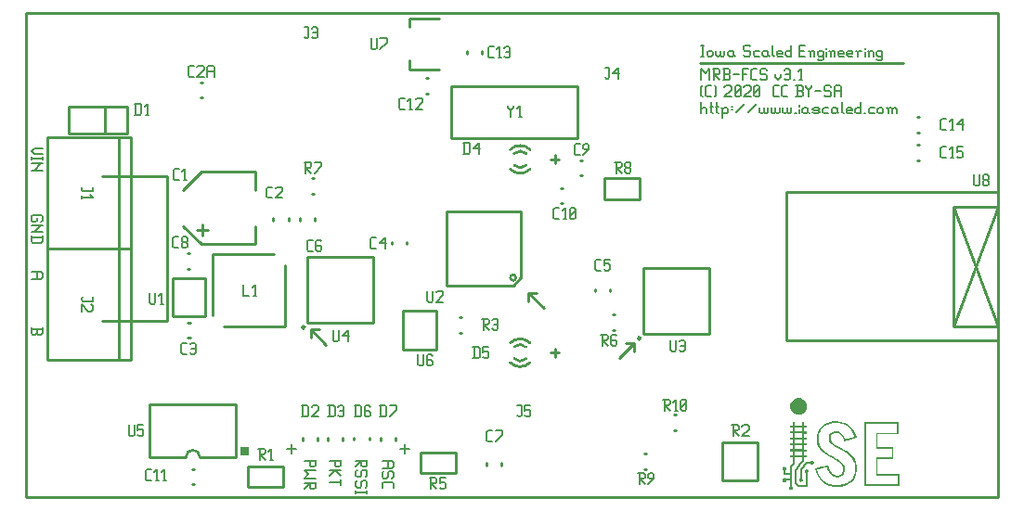
<source format=gbr>
G04 start of page 9 for group -4079 idx -4079 *
G04 Title: (unknown), topsilk *
G04 Creator: pcb 20140316 *
G04 CreationDate: Thu 02 Jul 2020 08:21:27 PM GMT UTC *
G04 For: railfan *
G04 Format: Gerber/RS-274X *
G04 PCB-Dimensions (mil): 3500.00 1750.00 *
G04 PCB-Coordinate-Origin: lower left *
%MOIN*%
%FSLAX25Y25*%
%LNTOPSILK*%
%ADD113C,0.0080*%
%ADD112C,0.0100*%
%ADD111C,0.0001*%
G54D111*G36*
X275043Y3209D02*X274647Y3480D01*
X274511Y3925D01*
X274565Y4240D01*
X274761Y4490D01*
X274891Y4604D01*
Y6486D01*
X274218D01*
X273741Y6481D01*
X273545Y6464D01*
X273453Y6340D01*
X273100Y6117D01*
X272672D01*
X272373Y6307D01*
X272189Y6600D01*
X272162Y6931D01*
X272270Y7224D01*
X272487Y7446D01*
X272802Y7566D01*
X273182Y7512D01*
X273491Y7273D01*
X273556Y7175D01*
X274224D01*
X274891Y7170D01*
Y8667D01*
X272558D01*
Y9400D01*
X272553Y10127D01*
X272455Y10197D01*
X272287Y10376D01*
X272178Y10593D01*
X272189Y11027D01*
X272373Y11315D01*
X272661Y11494D01*
X272997Y11526D01*
X273290Y11423D01*
X273513Y11201D01*
X273632Y10881D01*
X273578Y10506D01*
X273339Y10197D01*
X273242Y10127D01*
Y9351D01*
X274891D01*
Y11656D01*
X275357Y12248D01*
X275829Y12839D01*
Y14906D01*
X274918D01*
Y15693D01*
X279302D01*
Y17066D01*
X276486D01*
Y15693D01*
X275829D01*
Y17066D01*
X274918D01*
Y17825D01*
X275819D01*
Y19192D01*
X276502Y19219D01*
X276497Y18557D01*
X276491Y18086D01*
X276502Y17868D01*
X276567Y17858D01*
X276790Y17847D01*
X277224Y17841D01*
X277907Y17836D01*
X279302D01*
Y19219D01*
X276502D01*
X275819Y19192D01*
X274918D01*
Y19952D01*
X275829D01*
X276486Y19979D01*
X279302D01*
Y21352D01*
X276486D01*
Y19979D01*
X275829Y19952D01*
Y21324D01*
X274918D01*
Y22084D01*
X275819D01*
X275829Y23462D01*
X276486Y23505D01*
Y22827D01*
X276491Y22344D01*
X276508Y22127D01*
X276920Y22117D01*
X277907Y22111D01*
X279291D01*
X279296Y22800D01*
Y22816D01*
X279307Y23505D01*
X276486D01*
X275829Y23462D01*
X274918D01*
Y24222D01*
X275819D01*
Y25594D01*
X276502Y25648D01*
X276497Y24992D01*
X276491Y24515D01*
X276502Y24297D01*
X276567Y24287D01*
X276790Y24276D01*
X277224Y24270D01*
X277907Y24265D01*
X279307D01*
X279296Y24959D01*
X279291Y25648D01*
X276502D01*
X275819Y25594D01*
X274918D01*
Y26354D01*
X275829D01*
Y27596D01*
X276486D01*
Y26354D01*
X279302D01*
Y27596D01*
X279991D01*
Y26354D01*
X280902D01*
Y25594D01*
X279991D01*
Y24194D01*
X280902D01*
Y23435D01*
X279991D01*
Y22041D01*
X280902D01*
Y21281D01*
X279991D01*
Y19908D01*
X280902D01*
Y19149D01*
X279991D01*
Y17755D01*
X280902D01*
Y16995D01*
X279991D01*
Y15622D01*
X280902D01*
Y14836D01*
X279991D01*
X279985Y14250D01*
Y13658D01*
X278569Y11868D01*
X277148Y10083D01*
Y6074D01*
X278124Y5097D01*
X280544D01*
Y7219D01*
X280539Y8043D01*
Y8716D01*
X280533Y9172D01*
X280528Y9334D01*
X280403Y9427D01*
X280159Y9893D01*
X280294Y10409D01*
X280870Y10718D01*
X281472Y10447D01*
X281629Y9882D01*
X281331Y9372D01*
X281233Y9302D01*
Y4414D01*
X277842D01*
X276486Y5770D01*
Y10344D01*
X277896Y12123D01*
X279302Y13903D01*
Y14841D01*
X276486D01*
Y12503D01*
X275574Y11353D01*
Y4522D01*
X275640Y4490D01*
X275819Y4321D01*
X275949Y4088D01*
X275916Y3573D01*
X275569Y3193D01*
X275303Y3133D01*
X275043Y3144D01*
Y3209D01*
G37*
G36*
X290885Y4229D02*X289067Y4571D01*
X287483Y5293D01*
X286376Y6171D01*
X285432Y7278D01*
X284570Y8841D01*
X283924Y10696D01*
X283826Y11065D01*
X286246Y11581D01*
X287179Y11781D01*
X287955Y11944D01*
X288481Y12047D01*
X288682Y12080D01*
X288736Y11868D01*
X288785Y11618D01*
X288867Y11282D01*
X289230Y10257D01*
X289745Y9432D01*
X290391Y8824D01*
X291162Y8461D01*
X291400Y8418D01*
X291796Y8401D01*
X292187Y8418D01*
X292442Y8461D01*
X293462Y9047D01*
X294021Y10083D01*
X294075Y10712D01*
X294021Y11309D01*
X294623Y11483D01*
X294661Y10067D01*
X294303Y9117D01*
X293673Y8385D01*
X292816Y7924D01*
X291780Y7756D01*
X290451Y8059D01*
X289382Y8884D01*
X288590Y10127D01*
X288389Y10653D01*
X288243Y11157D01*
X288194Y11326D01*
X288145Y11342D01*
X287993Y11315D01*
X287635Y11239D01*
X287109Y11125D01*
X286479Y10989D01*
X285329Y10745D01*
X284792Y10626D01*
X284629Y10577D01*
Y10544D01*
X284678Y10360D01*
X284803Y9991D01*
X284949Y9584D01*
X285074Y9258D01*
X286072Y7479D01*
X287358Y6150D01*
X288932Y5282D01*
X290803Y4864D01*
X291199Y4853D01*
X291747D01*
X292295Y4869D01*
X292718Y4902D01*
X294048Y5157D01*
X295209Y5591D01*
X296109Y6123D01*
X296863Y6779D01*
X297466Y7560D01*
X297932Y8466D01*
X298160Y9161D01*
X298317Y9947D01*
X298366Y10902D01*
X298317Y11836D01*
X298090Y12823D01*
X297732Y13713D01*
X297211Y14532D01*
X296527Y15313D01*
X295827Y15959D01*
X295019Y16556D01*
X293945Y17217D01*
X292453Y18047D01*
X291308Y18682D01*
X290516Y19160D01*
X289963Y19561D01*
X289534Y19963D01*
X288986Y20749D01*
X288818Y21617D01*
X288964Y22659D01*
X289398Y23473D01*
X290103Y24037D01*
X291058Y24319D01*
X291639Y24336D01*
X292214Y24270D01*
X292984Y23977D01*
X293652Y23451D01*
X294227Y22686D01*
X294721Y21666D01*
X294807Y21466D01*
X294867Y21422D01*
X295030Y21471D01*
X295409Y21574D01*
X295919Y21726D01*
X296505Y21894D01*
X297081Y22062D01*
X297580Y22214D01*
X297938Y22317D01*
X298079Y22361D01*
X298052Y22485D01*
X297965Y22762D01*
X297840Y23104D01*
X297721Y23419D01*
X297043Y24634D01*
X296153Y25638D01*
X295079Y26413D01*
X293825Y26940D01*
X292068Y27243D01*
X290147Y27157D01*
X288400Y26696D01*
X287000Y25860D01*
X286300Y25133D01*
X285758Y24249D01*
X285389Y23223D01*
X285188Y22073D01*
X285161Y21297D01*
X285199Y20587D01*
X285438Y19605D01*
X285877Y18699D01*
X286517Y17858D01*
X287380Y17066D01*
X287922Y16659D01*
X288552Y16246D01*
X289355Y15769D01*
X290440Y15161D01*
X291167Y14760D01*
X291709Y14451D01*
X292133Y14196D01*
X292507Y13957D01*
X293939Y12747D01*
X294623Y11483D01*
X294021Y11309D01*
X293424Y12378D01*
X292165Y13425D01*
X291802Y13658D01*
X291395Y13903D01*
X290879Y14196D01*
X290185Y14575D01*
X288807Y15351D01*
X287792Y15980D01*
X287017Y16545D01*
X286360Y17125D01*
X285611Y17966D01*
X285074Y18850D01*
X284656Y20033D01*
X284526Y21346D01*
X284618Y22632D01*
X284911Y23831D01*
X285671Y25355D01*
X286832Y26538D01*
X288362Y27363D01*
X290234Y27802D01*
X291693Y27884D01*
X293077Y27759D01*
X294352Y27433D01*
X295491Y26907D01*
X296630Y26061D01*
X297569Y24976D01*
X298296Y23674D01*
X298789Y22171D01*
X298849Y21916D01*
X296647Y21276D01*
X295784Y21032D01*
X295079Y20831D01*
X294601Y20701D01*
X294422Y20657D01*
X294346Y20858D01*
X294118Y21460D01*
X293858Y22035D01*
X293098Y23104D01*
X292149Y23636D01*
X291514Y23701D01*
X290863Y23652D01*
X290006Y23180D01*
X289669Y22719D01*
X289485Y22122D01*
X289447Y21639D01*
X289485Y21227D01*
X289832Y20576D01*
X290559Y19908D01*
X290912Y19664D01*
X291351Y19388D01*
X291926Y19062D01*
X292697Y18639D01*
X293565Y18167D01*
X294248Y17782D01*
X294807Y17451D01*
X295285Y17142D01*
X296511Y16214D01*
X297477Y15226D01*
X298204Y14174D01*
X298692Y13034D01*
X298968Y11662D01*
X298974Y10230D01*
X298719Y8830D01*
X298209Y7566D01*
X297412Y6448D01*
X296370Y5537D01*
X295100Y4859D01*
X293635Y4414D01*
X292257Y4240D01*
X290885Y4235D01*
Y4229D01*
G37*
G36*
X301470Y16035D02*X302110Y16040D01*
X302104Y5141D01*
X313530D01*
Y8298D01*
X305756D01*
Y14819D01*
X311441D01*
Y17988D01*
X305756D01*
Y23771D01*
X313216D01*
Y26940D01*
X302121D01*
X302110Y16040D01*
X301470Y16035D01*
Y27564D01*
X313850D01*
Y23153D01*
X306390D01*
Y18633D01*
X312071D01*
Y14223D01*
X306407D01*
X306396Y11591D01*
X306390Y8960D01*
X314154D01*
Y4522D01*
X301470D01*
Y16035D01*
G37*
G36*
X278607Y6123D02*X278325Y6312D01*
X278146Y6600D01*
X278141Y7034D01*
X278368Y7387D01*
X278499Y7479D01*
X278510Y7940D01*
X278515Y9052D01*
Y10626D01*
X279611Y12004D01*
X280701Y13387D01*
X282031D01*
X282117Y13507D01*
X282345Y13702D01*
X282497Y13767D01*
X282703Y13778D01*
X282904Y13772D01*
X283056Y13702D01*
X283278Y13512D01*
X283414Y13268D01*
X283430Y12986D01*
X283365Y12714D01*
X283089Y12427D01*
X282703Y12313D01*
X282145Y12562D01*
X282020Y12698D01*
X281032D01*
X280115Y11543D01*
X279204Y10387D01*
Y7490D01*
X279307Y7419D01*
X279567Y7023D01*
X279535Y6524D01*
X279150Y6150D01*
X278607Y6117D01*
Y6123D01*
G37*
G36*
X277441Y30282D02*X276556Y30569D01*
X275791Y31128D01*
X275243Y31860D01*
X274956Y32723D01*
X274918Y33363D01*
X274999Y33982D01*
X275309Y34747D01*
X275829Y35398D01*
X276676Y35973D01*
X277647Y36216D01*
X278656Y36129D01*
X279600Y35702D01*
X280153Y35197D01*
X280577Y34579D01*
X280810Y33895D01*
X280880Y33168D01*
X280772Y32441D01*
X280506Y31768D01*
X280099Y31220D01*
X279584Y30775D01*
X278982Y30455D01*
X278331Y30282D01*
X277880Y30260D01*
X277441Y30282D01*
G37*
G36*
X77500Y18500D02*X80500D01*
Y15500D01*
X77500D01*
Y18500D01*
G37*
G54D112*X500Y174500D02*X349500D01*
X190500Y120500D02*Y123500D01*
X189000Y122000D02*X192000D01*
X242500Y156500D02*X315500D01*
X500Y500D02*Y174500D01*
X349500Y500D02*X500D01*
X190500Y51000D02*Y54000D01*
X189000Y52500D02*X192000D01*
X219000Y56000D02*X213500Y50500D01*
X219000Y56000D02*Y53000D01*
X216000Y56000D02*X219000D01*
X349500Y500D02*Y174500D01*
X102900Y60900D02*X108400Y55400D01*
X102900Y60900D02*X105900D01*
X102900D02*Y57900D01*
X181000Y74000D02*X186500Y68500D01*
X181000Y74000D02*X184000D01*
X181000D02*Y71000D01*
G54D113*X100500Y13500D02*X104500D01*
Y14000D02*Y12000D01*
X104000Y11500D01*
X103000D02*X104000D01*
X102500Y12000D02*X103000Y11500D01*
X102500Y13500D02*Y12000D01*
X100500Y10300D02*X104500D01*
X100500D02*X102000Y8800D01*
X100500Y7300D01*
X104500D01*
Y6100D02*Y4100D01*
X104000Y3600D01*
X103000D02*X104000D01*
X102500Y4100D02*X103000Y3600D01*
X102500Y5600D02*Y4100D01*
X100500Y5600D02*X104500D01*
X102500D02*X100500Y3600D01*
X109500Y13500D02*X113500D01*
Y14000D02*Y12000D01*
X113000Y11500D01*
X112000D02*X113000D01*
X111500Y12000D02*X112000Y11500D01*
X111500Y13500D02*Y12000D01*
X109500Y10300D02*X113500D01*
X111500D02*X113500Y8300D01*
X111500Y10300D02*X109500Y8300D01*
X113500Y7100D02*Y5100D01*
X109500Y6100D02*X113500D01*
X123000Y14000D02*Y12000D01*
X122500Y11500D01*
X121500D02*X122500D01*
X121000Y12000D02*X121500Y11500D01*
X121000Y13500D02*Y12000D01*
X119000Y13500D02*X123000D01*
X121000D02*X119000Y11500D01*
X123000Y8300D02*X122500Y7800D01*
X123000Y9800D02*Y8300D01*
X122500Y10300D02*X123000Y9800D01*
X121500Y10300D02*X122500D01*
X121500D02*X121000Y9800D01*
Y8300D01*
X120500Y7800D01*
X119500D02*X120500D01*
X119000Y8300D02*X119500Y7800D01*
X119000Y9800D02*Y8300D01*
X119500Y10300D02*X119000Y9800D01*
X123000Y4600D02*X122500Y4100D01*
X123000Y6100D02*Y4600D01*
X122500Y6600D02*X123000Y6100D01*
X121500Y6600D02*X122500D01*
X121500D02*X121000Y6100D01*
Y4600D01*
X120500Y4100D01*
X119500D02*X120500D01*
X119000Y4600D02*X119500Y4100D01*
X119000Y6100D02*Y4600D01*
X119500Y6600D02*X119000Y6100D01*
X123000Y2900D02*Y1900D01*
X119000Y2400D02*X123000D01*
X119000Y2900D02*Y1900D01*
X3500Y126000D02*X6500D01*
X3500D02*X2500Y125000D01*
X3500Y124000D01*
X6500D01*
Y122800D02*Y121800D01*
X2500Y122300D02*X6500D01*
X2500Y122800D02*Y121800D01*
Y120600D02*X6500D01*
X6000D02*X6500D01*
X6000D02*X3500Y118100D01*
X2500D02*X6500D01*
Y100000D02*X6000Y99500D01*
X6500Y101500D02*Y100000D01*
X6000Y102000D02*X6500Y101500D01*
X3000Y102000D02*X6000D01*
X3000D02*X2500Y101500D01*
Y100000D01*
X3000Y99500D01*
X4000D01*
X4500Y100000D02*X4000Y99500D01*
X4500Y101000D02*Y100000D01*
X2500Y98300D02*X6500D01*
X6000D02*X6500D01*
X6000D02*X3500Y95800D01*
X2500D02*X6500D01*
X2500Y94100D02*X6500D01*
Y92600D02*X6000Y92100D01*
X3000D02*X6000D01*
X2500Y92600D02*X3000Y92100D01*
X2500Y94600D02*Y92600D01*
X6500Y94600D02*Y92600D01*
X2500Y81500D02*X6000D01*
X6500Y81000D01*
Y79500D01*
X6000Y79000D01*
X2500D02*X6000D01*
X4500Y81500D02*Y79000D01*
X2500Y61500D02*Y59500D01*
X3000Y59000D01*
X4000D01*
X4500Y59500D02*X4000Y59000D01*
X4500Y61000D02*Y59500D01*
X2500Y61000D02*X6500D01*
Y61500D02*Y59500D01*
X6000Y59000D01*
X5000D02*X6000D01*
X4500Y59500D02*X5000Y59000D01*
X128500Y13500D02*X132000D01*
X132500Y13000D01*
Y11500D01*
X132000Y11000D01*
X128500D02*X132000D01*
X130500Y13500D02*Y11000D01*
X132500Y7800D02*X132000Y7300D01*
X132500Y9300D02*Y7800D01*
X132000Y9800D02*X132500Y9300D01*
X131000Y9800D02*X132000D01*
X131000D02*X130500Y9300D01*
Y7800D01*
X130000Y7300D01*
X129000D02*X130000D01*
X128500Y7800D02*X129000Y7300D01*
X128500Y9300D02*Y7800D01*
X129000Y9800D02*X128500Y9300D01*
Y5600D02*Y4100D01*
X129000Y6100D02*X128500Y5600D01*
X129000Y6100D02*X132000D01*
X132500Y5600D01*
Y4100D01*
X94400Y17920D02*X97720D01*
X96060Y19580D02*Y16260D01*
X135000Y18020D02*X138320D01*
X136660Y19680D02*Y16360D01*
X243000Y163000D02*X244000D01*
X243500D02*Y159000D01*
X243000D02*X244000D01*
X245200Y160500D02*Y159500D01*
Y160500D02*X245700Y161000D01*
X246700D01*
X247200Y160500D01*
Y159500D01*
X246700Y159000D02*X247200Y159500D01*
X245700Y159000D02*X246700D01*
X245200Y159500D02*X245700Y159000D01*
X248400Y161000D02*Y159500D01*
X248900Y159000D01*
X249400D01*
X249900Y159500D01*
Y161000D02*Y159500D01*
X250400Y159000D01*
X250900D01*
X251400Y159500D01*
Y161000D02*Y159500D01*
X254100Y161000D02*X254600Y160500D01*
X253100Y161000D02*X254100D01*
X252600Y160500D02*X253100Y161000D01*
X252600Y160500D02*Y159500D01*
X253100Y159000D01*
X254600Y161000D02*Y159500D01*
X255100Y159000D01*
X253100D02*X254100D01*
X254600Y159500D01*
X260100Y163000D02*X260600Y162500D01*
X258600Y163000D02*X260100D01*
X258100Y162500D02*X258600Y163000D01*
X258100Y162500D02*Y161500D01*
X258600Y161000D01*
X260100D01*
X260600Y160500D01*
Y159500D01*
X260100Y159000D02*X260600Y159500D01*
X258600Y159000D02*X260100D01*
X258100Y159500D02*X258600Y159000D01*
X262300Y161000D02*X263800D01*
X261800Y160500D02*X262300Y161000D01*
X261800Y160500D02*Y159500D01*
X262300Y159000D01*
X263800D01*
X266500Y161000D02*X267000Y160500D01*
X265500Y161000D02*X266500D01*
X265000Y160500D02*X265500Y161000D01*
X265000Y160500D02*Y159500D01*
X265500Y159000D01*
X267000Y161000D02*Y159500D01*
X267500Y159000D01*
X265500D02*X266500D01*
X267000Y159500D01*
X268700Y163000D02*Y159500D01*
X269200Y159000D01*
X270700D02*X272200D01*
X270200Y159500D02*X270700Y159000D01*
X270200Y160500D02*Y159500D01*
Y160500D02*X270700Y161000D01*
X271700D01*
X272200Y160500D01*
X270200Y160000D02*X272200D01*
Y160500D02*Y160000D01*
X275400Y163000D02*Y159000D01*
X274900D02*X275400Y159500D01*
X273900Y159000D02*X274900D01*
X273400Y159500D02*X273900Y159000D01*
X273400Y160500D02*Y159500D01*
Y160500D02*X273900Y161000D01*
X274900D01*
X275400Y160500D01*
X278400Y161000D02*X279900D01*
X278400Y159000D02*X280400D01*
X278400Y163000D02*Y159000D01*
Y163000D02*X280400D01*
X282100Y160500D02*Y159000D01*
Y160500D02*X282600Y161000D01*
X283100D01*
X283600Y160500D01*
Y159000D01*
X281600Y161000D02*X282100Y160500D01*
X286300Y161000D02*X286800Y160500D01*
X285300Y161000D02*X286300D01*
X284800Y160500D02*X285300Y161000D01*
X284800Y160500D02*Y159500D01*
X285300Y159000D01*
X286300D01*
X286800Y159500D01*
X284800Y158000D02*X285300Y157500D01*
X286300D01*
X286800Y158000D01*
Y161000D02*Y158000D01*
X288000Y162000D02*Y161500D01*
Y160500D02*Y159000D01*
X289500Y160500D02*Y159000D01*
Y160500D02*X290000Y161000D01*
X290500D01*
X291000Y160500D01*
Y159000D01*
X289000Y161000D02*X289500Y160500D01*
X292700Y159000D02*X294200D01*
X292200Y159500D02*X292700Y159000D01*
X292200Y160500D02*Y159500D01*
Y160500D02*X292700Y161000D01*
X293700D01*
X294200Y160500D01*
X292200Y160000D02*X294200D01*
Y160500D02*Y160000D01*
X295900Y159000D02*X297400D01*
X295400Y159500D02*X295900Y159000D01*
X295400Y160500D02*Y159500D01*
Y160500D02*X295900Y161000D01*
X296900D01*
X297400Y160500D01*
X295400Y160000D02*X297400D01*
Y160500D02*Y160000D01*
X299100Y160500D02*Y159000D01*
Y160500D02*X299600Y161000D01*
X300600D01*
X298600D02*X299100Y160500D01*
X301800Y162000D02*Y161500D01*
Y160500D02*Y159000D01*
X303300Y160500D02*Y159000D01*
Y160500D02*X303800Y161000D01*
X304300D01*
X304800Y160500D01*
Y159000D01*
X302800Y161000D02*X303300Y160500D01*
X307500Y161000D02*X308000Y160500D01*
X306500Y161000D02*X307500D01*
X306000Y160500D02*X306500Y161000D01*
X306000Y160500D02*Y159500D01*
X306500Y159000D01*
X307500D01*
X308000Y159500D01*
X306000Y158000D02*X306500Y157500D01*
X307500D01*
X308000Y158000D01*
Y161000D02*Y158000D01*
X243000Y142500D02*Y138500D01*
Y140000D02*X243500Y140500D01*
X244500D01*
X245000Y140000D01*
Y138500D01*
X246700Y142500D02*Y139000D01*
X247200Y138500D01*
X246200Y141000D02*X247200D01*
X248700Y142500D02*Y139000D01*
X249200Y138500D01*
X248200Y141000D02*X249200D01*
X250700Y140000D02*Y137000D01*
X250200Y140500D02*X250700Y140000D01*
X251200Y140500D01*
X252200D01*
X252700Y140000D01*
Y139000D01*
X252200Y138500D02*X252700Y139000D01*
X251200Y138500D02*X252200D01*
X250700Y139000D02*X251200Y138500D01*
X253900Y141000D02*X254400D01*
X253900Y140000D02*X254400D01*
X255600Y139000D02*X258600Y142000D01*
X259800Y139000D02*X262800Y142000D01*
X264000Y140500D02*Y139000D01*
X264500Y138500D01*
X265000D01*
X265500Y139000D01*
Y140500D02*Y139000D01*
X266000Y138500D01*
X266500D01*
X267000Y139000D01*
Y140500D02*Y139000D01*
X268200Y140500D02*Y139000D01*
X268700Y138500D01*
X269200D01*
X269700Y139000D01*
Y140500D02*Y139000D01*
X270200Y138500D01*
X270700D01*
X271200Y139000D01*
Y140500D02*Y139000D01*
X272400Y140500D02*Y139000D01*
X272900Y138500D01*
X273400D01*
X273900Y139000D01*
Y140500D02*Y139000D01*
X274400Y138500D01*
X274900D01*
X275400Y139000D01*
Y140500D02*Y139000D01*
X276600Y138500D02*X277100D01*
X278300Y141500D02*Y141000D01*
Y140000D02*Y138500D01*
X280800Y140500D02*X281300Y140000D01*
X279800Y140500D02*X280800D01*
X279300Y140000D02*X279800Y140500D01*
X279300Y140000D02*Y139000D01*
X279800Y138500D01*
X281300Y140500D02*Y139000D01*
X281800Y138500D01*
X279800D02*X280800D01*
X281300Y139000D01*
X283500Y138500D02*X285000D01*
X285500Y139000D01*
X285000Y139500D02*X285500Y139000D01*
X283500Y139500D02*X285000D01*
X283000Y140000D02*X283500Y139500D01*
X283000Y140000D02*X283500Y140500D01*
X285000D01*
X285500Y140000D01*
X283000Y139000D02*X283500Y138500D01*
X287200Y140500D02*X288700D01*
X286700Y140000D02*X287200Y140500D01*
X286700Y140000D02*Y139000D01*
X287200Y138500D01*
X288700D01*
X291400Y140500D02*X291900Y140000D01*
X290400Y140500D02*X291400D01*
X289900Y140000D02*X290400Y140500D01*
X289900Y140000D02*Y139000D01*
X290400Y138500D01*
X291900Y140500D02*Y139000D01*
X292400Y138500D01*
X290400D02*X291400D01*
X291900Y139000D01*
X293600Y142500D02*Y139000D01*
X294100Y138500D01*
X295600D02*X297100D01*
X295100Y139000D02*X295600Y138500D01*
X295100Y140000D02*Y139000D01*
Y140000D02*X295600Y140500D01*
X296600D01*
X297100Y140000D01*
X295100Y139500D02*X297100D01*
Y140000D02*Y139500D01*
X300300Y142500D02*Y138500D01*
X299800D02*X300300Y139000D01*
X298800Y138500D02*X299800D01*
X298300Y139000D02*X298800Y138500D01*
X298300Y140000D02*Y139000D01*
Y140000D02*X298800Y140500D01*
X299800D01*
X300300Y140000D01*
X301500Y138500D02*X302000D01*
X303700Y140500D02*X305200D01*
X303200Y140000D02*X303700Y140500D01*
X303200Y140000D02*Y139000D01*
X303700Y138500D01*
X305200D01*
X306400Y140000D02*Y139000D01*
Y140000D02*X306900Y140500D01*
X307900D01*
X308400Y140000D01*
Y139000D01*
X307900Y138500D02*X308400Y139000D01*
X306900Y138500D02*X307900D01*
X306400Y139000D02*X306900Y138500D01*
X310100Y140000D02*Y138500D01*
Y140000D02*X310600Y140500D01*
X311100D01*
X311600Y140000D01*
Y138500D01*
Y140000D02*X312100Y140500D01*
X312600D01*
X313100Y140000D01*
Y138500D01*
X309600Y140500D02*X310100Y140000D01*
X243000Y154500D02*Y150500D01*
Y154500D02*X244500Y153000D01*
X246000Y154500D01*
Y150500D01*
X247200Y154500D02*X249200D01*
X249700Y154000D01*
Y153000D01*
X249200Y152500D02*X249700Y153000D01*
X247700Y152500D02*X249200D01*
X247700Y154500D02*Y150500D01*
Y152500D02*X249700Y150500D01*
X250900D02*X252900D01*
X253400Y151000D01*
Y152000D02*Y151000D01*
X252900Y152500D02*X253400Y152000D01*
X251400Y152500D02*X252900D01*
X251400Y154500D02*Y150500D01*
X250900Y154500D02*X252900D01*
X253400Y154000D01*
Y153000D01*
X252900Y152500D02*X253400Y153000D01*
X254600Y152500D02*X256600D01*
X257800Y154500D02*Y150500D01*
Y154500D02*X259800D01*
X257800Y152500D02*X259300D01*
X261500Y150500D02*X263000D01*
X261000Y151000D02*X261500Y150500D01*
X261000Y154000D02*Y151000D01*
Y154000D02*X261500Y154500D01*
X263000D01*
X266200D02*X266700Y154000D01*
X264700Y154500D02*X266200D01*
X264200Y154000D02*X264700Y154500D01*
X264200Y154000D02*Y153000D01*
X264700Y152500D01*
X266200D01*
X266700Y152000D01*
Y151000D01*
X266200Y150500D02*X266700Y151000D01*
X264700Y150500D02*X266200D01*
X264200Y151000D02*X264700Y150500D01*
X269700Y152500D02*Y151500D01*
X270700Y150500D01*
X271700Y151500D01*
Y152500D02*Y151500D01*
X272900Y154000D02*X273400Y154500D01*
X274400D01*
X274900Y154000D01*
Y151000D01*
X274400Y150500D02*X274900Y151000D01*
X273400Y150500D02*X274400D01*
X272900Y151000D02*X273400Y150500D01*
Y152500D02*X274900D01*
X276100Y150500D02*X276600D01*
X278300D02*X279300D01*
X278800Y154500D02*Y150500D01*
X277800Y153500D02*X278800Y154500D01*
X243000Y145000D02*X243500Y144500D01*
X243000Y148000D02*X243500Y148500D01*
X243000Y148000D02*Y145000D01*
X245200Y144500D02*X246700D01*
X244700Y145000D02*X245200Y144500D01*
X244700Y148000D02*Y145000D01*
Y148000D02*X245200Y148500D01*
X246700D01*
X247900D02*X248400Y148000D01*
Y145000D01*
X247900Y144500D02*X248400Y145000D01*
X251400Y148000D02*X251900Y148500D01*
X253400D01*
X253900Y148000D01*
Y147000D01*
X251400Y144500D02*X253900Y147000D01*
X251400Y144500D02*X253900D01*
X255100Y145000D02*X255600Y144500D01*
X255100Y148000D02*Y145000D01*
Y148000D02*X255600Y148500D01*
X256600D01*
X257100Y148000D01*
Y145000D01*
X256600Y144500D02*X257100Y145000D01*
X255600Y144500D02*X256600D01*
X255100Y145500D02*X257100Y147500D01*
X258300Y148000D02*X258800Y148500D01*
X260300D01*
X260800Y148000D01*
Y147000D01*
X258300Y144500D02*X260800Y147000D01*
X258300Y144500D02*X260800D01*
X262000Y145000D02*X262500Y144500D01*
X262000Y148000D02*Y145000D01*
Y148000D02*X262500Y148500D01*
X263500D01*
X264000Y148000D01*
Y145000D01*
X263500Y144500D02*X264000Y145000D01*
X262500Y144500D02*X263500D01*
X262000Y145500D02*X264000Y147500D01*
X269300Y144500D02*X270800D01*
X268800Y145000D02*X269300Y144500D01*
X268800Y148000D02*Y145000D01*
Y148000D02*X269300Y148500D01*
X270800D01*
X272500Y144500D02*X274000D01*
X272000Y145000D02*X272500Y144500D01*
X272000Y148000D02*Y145000D01*
Y148000D02*X272500Y148500D01*
X274000D01*
X277000Y144500D02*X279000D01*
X279500Y145000D01*
Y146000D02*Y145000D01*
X279000Y146500D02*X279500Y146000D01*
X277500Y146500D02*X279000D01*
X277500Y148500D02*Y144500D01*
X277000Y148500D02*X279000D01*
X279500Y148000D01*
Y147000D01*
X279000Y146500D02*X279500Y147000D01*
X280700Y148500D02*Y148000D01*
X281700Y147000D01*
X282700Y148000D01*
Y148500D02*Y148000D01*
X281700Y147000D02*Y144500D01*
X283900Y146500D02*X285900D01*
X289100Y148500D02*X289600Y148000D01*
X287600Y148500D02*X289100D01*
X287100Y148000D02*X287600Y148500D01*
X287100Y148000D02*Y147000D01*
X287600Y146500D01*
X289100D01*
X289600Y146000D01*
Y145000D01*
X289100Y144500D02*X289600Y145000D01*
X287600Y144500D02*X289100D01*
X287100Y145000D02*X287600Y144500D01*
X290800Y148000D02*Y144500D01*
Y148000D02*X291300Y148500D01*
X292800D01*
X293300Y148000D01*
Y144500D01*
X290800Y146500D02*X293300D01*
G54D112*X8200Y90000D02*Y50000D01*
X38200Y90000D02*Y50000D01*
X33800Y90000D02*Y50000D01*
X8200Y90000D02*X38200D01*
X8200Y50000D02*X38200D01*
X16000Y140800D02*X37000D01*
X16000Y131200D02*X37000D01*
Y140800D02*Y131200D01*
X16000Y140800D02*Y131200D01*
X29000Y140800D02*Y131200D01*
X8200Y130000D02*Y90000D01*
X38200Y130000D02*Y90000D01*
X33800Y130000D02*Y90000D01*
X8200Y130000D02*X38200D01*
X8200Y90000D02*X38200D01*
X250701Y20390D02*X263299D01*
Y6610D01*
X250701D02*X263299D01*
X250701Y20390D02*Y6610D01*
X233107Y30255D02*X233893D01*
X233107Y24745D02*X233893D01*
X175879Y119879D02*G75*G03X180121Y119879I2121J2121D01*G01*
X180121Y124121D02*G75*G03X175879Y124121I-2121J-2121D01*G01*
X174464Y118464D02*G75*G03X181536Y118464I3536J3536D01*G01*
X181536Y125536D02*G75*G03X174464Y125536I-3536J-3536D01*G01*
X192607Y111755D02*X193393D01*
X192607Y106245D02*X193393D01*
X199607Y116245D02*X200393D01*
X199607Y121755D02*X200393D01*
X208201Y107759D02*X220799D01*
X208201Y115241D02*Y107759D01*
Y115241D02*X220799D01*
Y107759D01*
X175879Y50379D02*G75*G03X180121Y50379I2121J2121D01*G01*
X180121Y54621D02*G75*G03X175879Y54621I-2121J-2121D01*G01*
X174464Y48964D02*G75*G03X181536Y48964I3536J3536D01*G01*
X181536Y56036D02*G75*G03X174464Y56036I-3536J-3536D01*G01*
X210255Y75393D02*Y74607D01*
X204745Y75393D02*Y74607D01*
X211107Y66255D02*X211893D01*
X211107Y60745D02*X211893D01*
X222607Y10745D02*X223393D01*
X222607Y16255D02*X223393D01*
X171255Y12893D02*Y12107D01*
X165745Y12893D02*Y12107D01*
X349600Y110150D02*Y56850D01*
X273600D02*X349600D01*
X273600Y110150D02*Y56850D01*
Y110150D02*X349600D01*
X333500Y105000D02*Y62000D01*
Y105000D02*X349600D01*
X333500Y62000D02*X349600D01*
X333500Y105000D02*X349600Y62000D01*
Y105000D02*X333500Y62000D01*
X320607Y121745D02*X321393D01*
X320607Y127255D02*X321393D01*
X320607Y131745D02*X321393D01*
X320607Y137255D02*X321393D01*
X222189Y82811D02*Y59189D01*
Y82811D02*X245811D01*
Y59189D01*
X222189D02*X245811D01*
X220689Y57189D02*G75*G03X220689Y57189I0J500D01*G01*
X60107Y10755D02*X60893D01*
X60107Y5245D02*X60893D01*
X76000Y34000D02*Y15000D01*
X45000Y34000D02*X76000D01*
X45000D02*Y15000D01*
X63000D02*X76000D01*
X45000D02*X58000D01*
X63000D02*G75*G03X58000Y15000I-2500J0D01*G01*
X133255Y21893D02*Y21107D01*
X127745Y21893D02*Y21107D01*
X114255Y21850D02*Y21064D01*
X108745Y21850D02*Y21064D01*
X105255Y21893D02*Y21107D01*
X99745Y21893D02*Y21107D01*
X123755Y21936D02*Y21150D01*
X118245Y21936D02*Y21150D01*
X80201Y4259D02*X92799D01*
X80201Y11741D02*Y4259D01*
Y11741D02*X92799D01*
Y4259D01*
X142201Y16741D02*X154799D01*
Y9259D01*
X142201D02*X154799D01*
X142201Y16741D02*Y9259D01*
X164255Y160893D02*Y160107D01*
X158745Y160893D02*Y160107D01*
X138350Y154250D02*X148980D01*
X138350Y172750D02*X148980D01*
X138350Y157500D02*Y154250D01*
Y172750D02*Y169500D01*
X148980Y154429D02*Y154250D01*
Y172750D02*Y172571D01*
X151621Y76621D02*X175479D01*
X151621Y103379D02*Y76621D01*
Y103379D02*X178379D01*
Y79521D01*
X175479Y76621D01*
X176479Y79521D02*G75*G03X176479Y79521I-1000J0D01*G01*
X156107Y59745D02*X156893D01*
X156107Y65255D02*X156893D01*
X153362Y129650D02*X198638D01*
X153362Y148350D02*Y129650D01*
Y148350D02*X198638D01*
Y129650D01*
X144107Y151255D02*X144893D01*
X144107Y145745D02*X144893D01*
X101689Y86811D02*Y63189D01*
Y86811D02*X125311D01*
Y63189D01*
X101689D02*X125311D01*
X100189Y61189D02*G75*G03X100189Y61189I0J500D01*G01*
X103107Y115255D02*X103893D01*
X103107Y109745D02*X103893D01*
X98745Y100893D02*Y100107D01*
X104255Y100893D02*Y100107D01*
X89245Y100893D02*Y100107D01*
X94755Y100893D02*Y100107D01*
X147800Y67600D02*Y53700D01*
X136000Y67600D02*X147800D01*
X136000D02*Y53700D01*
X147800D01*
X137255Y92393D02*Y91607D01*
X131745Y92393D02*Y91607D01*
X67550Y88050D02*Y66050D01*
Y88050D02*X89550D01*
X93550Y84050D02*Y62050D01*
X71550D02*X93550D01*
X58657Y57795D02*X59443D01*
X58657Y63305D02*X59443D01*
X51300Y116000D02*Y64000D01*
X28000Y116000D02*X51300D01*
X28000Y64000D02*X51300D01*
X64950Y79450D02*Y65550D01*
X53150Y79450D02*X64950D01*
X53150D02*Y65550D01*
X64950D01*
X82992Y98004D02*Y91508D01*
Y117492D02*Y110996D01*
X63504Y117492D02*X82992D01*
X63504Y91508D02*X82992D01*
X63504Y117492D02*X57008Y110996D01*
X63504Y91508D02*X57008Y98004D01*
X64000Y98500D02*Y94500D01*
X62000Y96500D02*X66000D01*
X58607Y88255D02*X59393D01*
X58607Y82745D02*X59393D01*
X63107Y144245D02*X63893D01*
X63107Y149755D02*X63893D01*
G54D113*X24500Y72500D02*Y71000D01*
X21000D02*X24500D01*
X20500Y71500D02*X21000Y71000D01*
X20500Y72000D02*Y71500D01*
X21000Y72500D02*X20500Y72000D01*
X24000Y69800D02*X24500Y69300D01*
Y67800D01*
X24000Y67300D01*
X23000D02*X24000D01*
X20500Y69800D02*X23000Y67300D01*
X20500Y69800D02*Y67300D01*
X24500Y112000D02*Y110500D01*
X21000D02*X24500D01*
X20500Y111000D02*X21000Y110500D01*
X20500Y111500D02*Y111000D01*
X21000Y112000D02*X20500Y111500D01*
Y108800D02*Y107800D01*
Y108300D02*X24500D01*
X23500Y109300D02*X24500Y108300D01*
X44000Y6500D02*X45500D01*
X43500Y7000D02*X44000Y6500D01*
X43500Y10000D02*Y7000D01*
Y10000D02*X44000Y10500D01*
X45500D01*
X47200Y6500D02*X48200D01*
X47700Y10500D02*Y6500D01*
X46700Y9500D02*X47700Y10500D01*
X49900Y6500D02*X50900D01*
X50400Y10500D02*Y6500D01*
X49400Y9500D02*X50400Y10500D01*
X37500Y26500D02*Y23000D01*
X38000Y22500D01*
X39000D01*
X39500Y23000D01*
Y26500D02*Y23000D01*
X40700Y26500D02*X42700D01*
X40700D02*Y24500D01*
X41200Y25000D01*
X42200D01*
X42700Y24500D01*
Y23000D01*
X42200Y22500D02*X42700Y23000D01*
X41200Y22500D02*X42200D01*
X40700Y23000D02*X41200Y22500D01*
X45050Y74050D02*Y70550D01*
X45550Y70050D01*
X46550D01*
X47050Y70550D01*
Y74050D02*Y70550D01*
X48750Y70050D02*X49750D01*
X49250Y74050D02*Y70050D01*
X48250Y73050D02*X49250Y74050D01*
X53843Y90200D02*X55343D01*
X53343Y90700D02*X53843Y90200D01*
X53343Y93700D02*Y90700D01*
Y93700D02*X53843Y94200D01*
X55343D01*
X56543Y90700D02*X57043Y90200D01*
X56543Y91700D02*Y90700D01*
Y91700D02*X57043Y92200D01*
X58043D01*
X58543Y91700D01*
Y90700D01*
X58043Y90200D02*X58543Y90700D01*
X57043Y90200D02*X58043D01*
X56543Y92700D02*X57043Y92200D01*
X56543Y93700D02*Y92700D01*
Y93700D02*X57043Y94200D01*
X58043D01*
X58543Y93700D01*
Y92700D01*
X58043Y92200D02*X58543Y92700D01*
X56800Y52100D02*X58300D01*
X56300Y52600D02*X56800Y52100D01*
X56300Y55600D02*Y52600D01*
Y55600D02*X56800Y56100D01*
X58300D01*
X59500Y55600D02*X60000Y56100D01*
X61000D01*
X61500Y55600D01*
Y52600D01*
X61000Y52100D02*X61500Y52600D01*
X60000Y52100D02*X61000D01*
X59500Y52600D02*X60000Y52100D01*
Y54100D02*X61500D01*
X109543Y33500D02*Y29500D01*
X111043Y33500D02*X111543Y33000D01*
Y30000D01*
X111043Y29500D02*X111543Y30000D01*
X109043Y29500D02*X111043D01*
X109043Y33500D02*X111043D01*
X112743Y33000D02*X113243Y33500D01*
X114243D01*
X114743Y33000D01*
Y30000D01*
X114243Y29500D02*X114743Y30000D01*
X113243Y29500D02*X114243D01*
X112743Y30000D02*X113243Y29500D01*
Y31500D02*X114743D01*
X110890Y60547D02*Y57047D01*
X111390Y56547D01*
X112390D01*
X112890Y57047D01*
Y60547D02*Y57047D01*
X114090Y58547D02*X116090Y60547D01*
X114090Y58547D02*X116590D01*
X116090Y60547D02*Y56547D01*
X102000Y89000D02*X103500D01*
X101500Y89500D02*X102000Y89000D01*
X101500Y92500D02*Y89500D01*
Y92500D02*X102000Y93000D01*
X103500D01*
X106200D02*X106700Y92500D01*
X105200Y93000D02*X106200D01*
X104700Y92500D02*X105200Y93000D01*
X104700Y92500D02*Y89500D01*
X105200Y89000D01*
X106200Y91000D02*X106700Y90500D01*
X104700Y91000D02*X106200D01*
X105200Y89000D02*X106200D01*
X106700Y89500D01*
Y90500D02*Y89500D01*
X84000Y18000D02*X86000D01*
X86500Y17500D01*
Y16500D01*
X86000Y16000D02*X86500Y16500D01*
X84500Y16000D02*X86000D01*
X84500Y18000D02*Y14000D01*
Y16000D02*X86500Y14000D01*
X88200D02*X89200D01*
X88700Y18000D02*Y14000D01*
X87700Y17000D02*X88700Y18000D01*
X78550Y77050D02*Y73050D01*
X80550D01*
X82250D02*X83250D01*
X82750Y77050D02*Y73050D01*
X81750Y76050D02*X82750Y77050D01*
X40000Y142000D02*Y138000D01*
X41500Y142000D02*X42000Y141500D01*
Y138500D01*
X41500Y138000D02*X42000Y138500D01*
X39500Y138000D02*X41500D01*
X39500Y142000D02*X41500D01*
X43700Y138000D02*X44700D01*
X44200Y142000D02*Y138000D01*
X43200Y141000D02*X44200Y142000D01*
X59307Y151650D02*X60807D01*
X58807Y152150D02*X59307Y151650D01*
X58807Y155150D02*Y152150D01*
Y155150D02*X59307Y155650D01*
X60807D01*
X62007Y155150D02*X62507Y155650D01*
X64007D01*
X64507Y155150D01*
Y154150D01*
X62007Y151650D02*X64507Y154150D01*
X62007Y151650D02*X64507D01*
X65707Y155150D02*Y151650D01*
Y155150D02*X66207Y155650D01*
X67707D01*
X68207Y155150D01*
Y151650D01*
X65707Y153650D02*X68207D01*
X54000Y114500D02*X55500D01*
X53500Y115000D02*X54000Y114500D01*
X53500Y118000D02*Y115000D01*
Y118000D02*X54000Y118500D01*
X55500D01*
X57200Y114500D02*X58200D01*
X57700Y118500D02*Y114500D01*
X56700Y117500D02*X57700Y118500D01*
X100414Y121000D02*X102414D01*
X102914Y120500D01*
Y119500D01*
X102414Y119000D02*X102914Y119500D01*
X100914Y119000D02*X102414D01*
X100914Y121000D02*Y117000D01*
Y119000D02*X102914Y117000D01*
X104114D02*X106614Y119500D01*
Y121000D02*Y119500D01*
X104114Y121000D02*X106614D01*
X87495Y108150D02*X88980D01*
X87000Y108645D02*X87495Y108150D01*
X87000Y111615D02*Y108645D01*
Y111615D02*X87495Y112110D01*
X88980D01*
X90168Y111615D02*X90663Y112110D01*
X92148D01*
X92643Y111615D01*
Y110625D01*
X90168Y108150D02*X92643Y110625D01*
X90168Y108150D02*X92643D01*
X220307Y9150D02*X222307D01*
X222807Y8650D01*
Y7650D01*
X222307Y7150D02*X222807Y7650D01*
X220807Y7150D02*X222307D01*
X220807Y9150D02*Y5150D01*
Y7150D02*X222807Y5150D01*
X224007D02*X226007Y7150D01*
Y8650D02*Y7150D01*
X225507Y9150D02*X226007Y8650D01*
X224507Y9150D02*X225507D01*
X224007Y8650D02*X224507Y9150D01*
X224007Y8650D02*Y7650D01*
X224507Y7150D01*
X226007D01*
X145500Y7500D02*X147500D01*
X148000Y7000D01*
Y6000D01*
X147500Y5500D02*X148000Y6000D01*
X146000Y5500D02*X147500D01*
X146000Y7500D02*Y3500D01*
Y5500D02*X148000Y3500D01*
X149200Y7500D02*X151200D01*
X149200D02*Y5500D01*
X149700Y6000D01*
X150700D01*
X151200Y5500D01*
Y4000D01*
X150700Y3500D02*X151200Y4000D01*
X149700Y3500D02*X150700D01*
X149200Y4000D02*X149700Y3500D01*
X100500Y169500D02*X102000D01*
Y166000D01*
X101500Y165500D02*X102000Y166000D01*
X101000Y165500D02*X101500D01*
X100500Y166000D02*X101000Y165500D01*
X103200Y169000D02*X103700Y169500D01*
X104700D01*
X105200Y169000D01*
Y166000D01*
X104700Y165500D02*X105200Y166000D01*
X103700Y165500D02*X104700D01*
X103200Y166000D02*X103700Y165500D01*
Y167500D02*X105200D01*
X135038Y140000D02*X136538D01*
X134538Y140500D02*X135038Y140000D01*
X134538Y143500D02*Y140500D01*
Y143500D02*X135038Y144000D01*
X136538D01*
X138238Y140000D02*X139238D01*
X138738Y144000D02*Y140000D01*
X137738Y143000D02*X138738Y144000D01*
X140438Y143500D02*X140938Y144000D01*
X142438D01*
X142938Y143500D01*
Y142500D01*
X140438Y140000D02*X142938Y142500D01*
X140438Y140000D02*X142938D01*
X124500Y165500D02*Y162000D01*
X125000Y161500D01*
X126000D01*
X126500Y162000D01*
Y165500D02*Y162000D01*
X127700Y161500D02*X130200Y164000D01*
Y165500D02*Y164000D01*
X127700Y165500D02*X130200D01*
X128000Y33500D02*Y29500D01*
X129500Y33500D02*X130000Y33000D01*
Y30000D01*
X129500Y29500D02*X130000Y30000D01*
X127500Y29500D02*X129500D01*
X127500Y33500D02*X129500D01*
X131200Y29500D02*X133700Y32000D01*
Y33500D02*Y32000D01*
X131200Y33500D02*X133700D01*
X100000D02*Y29500D01*
X101500Y33500D02*X102000Y33000D01*
Y30000D01*
X101500Y29500D02*X102000Y30000D01*
X99500Y29500D02*X101500D01*
X99500Y33500D02*X101500D01*
X103200Y33000D02*X103700Y33500D01*
X105200D01*
X105700Y33000D01*
Y32000D01*
X103200Y29500D02*X105700Y32000D01*
X103200Y29500D02*X105700D01*
X118957Y33500D02*Y29500D01*
X120457Y33500D02*X120957Y33000D01*
Y30000D01*
X120457Y29500D02*X120957Y30000D01*
X118457Y29500D02*X120457D01*
X118457Y33500D02*X120457D01*
X123657D02*X124157Y33000D01*
X122657Y33500D02*X123657D01*
X122157Y33000D02*X122657Y33500D01*
X122157Y33000D02*Y30000D01*
X122657Y29500D01*
X123657Y31500D02*X124157Y31000D01*
X122157Y31500D02*X123657D01*
X122657Y29500D02*X123657D01*
X124157Y30000D01*
Y31000D02*Y30000D01*
X177000Y33500D02*X178500D01*
Y30000D01*
X178000Y29500D02*X178500Y30000D01*
X177500Y29500D02*X178000D01*
X177000Y30000D02*X177500Y29500D01*
X179700Y33500D02*X181700D01*
X179700D02*Y31500D01*
X180200Y32000D01*
X181200D01*
X181700Y31500D01*
Y30000D01*
X181200Y29500D02*X181700Y30000D01*
X180200Y29500D02*X181200D01*
X179700Y30000D02*X180200Y29500D01*
X254000Y26500D02*X256000D01*
X256500Y26000D01*
Y25000D01*
X256000Y24500D02*X256500Y25000D01*
X254500Y24500D02*X256000D01*
X254500Y26500D02*Y22500D01*
Y24500D02*X256500Y22500D01*
X257700Y26000D02*X258200Y26500D01*
X259700D01*
X260200Y26000D01*
Y25000D01*
X257700Y22500D02*X260200Y25000D01*
X257700Y22500D02*X260200D01*
X166500Y20543D02*X168000D01*
X166000Y21043D02*X166500Y20543D01*
X166000Y24043D02*Y21043D01*
Y24043D02*X166500Y24543D01*
X168000D01*
X169200Y20543D02*X171700Y23043D01*
Y24543D02*Y23043D01*
X169200Y24543D02*X171700D01*
X161500Y54500D02*Y50500D01*
X163000Y54500D02*X163500Y54000D01*
Y51000D01*
X163000Y50500D02*X163500Y51000D01*
X161000Y50500D02*X163000D01*
X161000Y54500D02*X163000D01*
X164700D02*X166700D01*
X164700D02*Y52500D01*
X165200Y53000D01*
X166200D01*
X166700Y52500D01*
Y51000D01*
X166200Y50500D02*X166700Y51000D01*
X165200Y50500D02*X166200D01*
X164700Y51000D02*X165200Y50500D01*
X144600Y74700D02*Y71200D01*
X145100Y70700D01*
X146100D01*
X146600Y71200D01*
Y74700D02*Y71200D01*
X147800Y74200D02*X148300Y74700D01*
X149800D01*
X150300Y74200D01*
Y73200D01*
X147800Y70700D02*X150300Y73200D01*
X147800Y70700D02*X150300D01*
X141300Y51900D02*Y48400D01*
X141800Y47900D01*
X142800D01*
X143300Y48400D01*
Y51900D02*Y48400D01*
X146000Y51900D02*X146500Y51400D01*
X145000Y51900D02*X146000D01*
X144500Y51400D02*X145000Y51900D01*
X144500Y51400D02*Y48400D01*
X145000Y47900D01*
X146000Y49900D02*X146500Y49400D01*
X144500Y49900D02*X146000D01*
X145000Y47900D02*X146000D01*
X146500Y48400D01*
Y49400D02*Y48400D01*
X124736Y89882D02*X126236D01*
X124236Y90382D02*X124736Y89882D01*
X124236Y93382D02*Y90382D01*
Y93382D02*X124736Y93882D01*
X126236D01*
X127436Y91882D02*X129436Y93882D01*
X127436Y91882D02*X129936D01*
X129436Y93882D02*Y89882D01*
X229307Y35650D02*X231307D01*
X231807Y35150D01*
Y34150D01*
X231307Y33650D02*X231807Y34150D01*
X229807Y33650D02*X231307D01*
X229807Y35650D02*Y31650D01*
Y33650D02*X231807Y31650D01*
X233507D02*X234507D01*
X234007Y35650D02*Y31650D01*
X233007Y34650D02*X234007Y35650D01*
X235707Y32150D02*X236207Y31650D01*
X235707Y35150D02*Y32150D01*
Y35150D02*X236207Y35650D01*
X237207D01*
X237707Y35150D01*
Y32150D01*
X237207Y31650D02*X237707Y32150D01*
X236207Y31650D02*X237207D01*
X235707Y32650D02*X237707Y34650D01*
X164307Y64650D02*X166307D01*
X166807Y64150D01*
Y63150D01*
X166307Y62650D02*X166807Y63150D01*
X164807Y62650D02*X166307D01*
X164807Y64650D02*Y60650D01*
Y62650D02*X166807Y60650D01*
X168007Y64150D02*X168507Y64650D01*
X169507D01*
X170007Y64150D01*
Y61150D01*
X169507Y60650D02*X170007Y61150D01*
X168507Y60650D02*X169507D01*
X168007Y61150D02*X168507Y60650D01*
Y62650D02*X170007D01*
X158000Y128000D02*Y124000D01*
X159500Y128000D02*X160000Y127500D01*
Y124500D01*
X159500Y124000D02*X160000Y124500D01*
X157500Y124000D02*X159500D01*
X157500Y128000D02*X159500D01*
X161200Y126000D02*X163200Y128000D01*
X161200Y126000D02*X163700D01*
X163200Y128000D02*Y124000D01*
X167000Y158500D02*X168500D01*
X166500Y159000D02*X167000Y158500D01*
X166500Y162000D02*Y159000D01*
Y162000D02*X167000Y162500D01*
X168500D01*
X170200Y158500D02*X171200D01*
X170700Y162500D02*Y158500D01*
X169700Y161500D02*X170700Y162500D01*
X172400Y162000D02*X172900Y162500D01*
X173900D01*
X174400Y162000D01*
Y159000D01*
X173900Y158500D02*X174400Y159000D01*
X172900Y158500D02*X173900D01*
X172400Y159000D02*X172900Y158500D01*
Y160500D02*X174400D01*
X173717Y141283D02*Y140783D01*
X174717Y139783D01*
X175717Y140783D01*
Y141283D02*Y140783D01*
X174717Y139783D02*Y137283D01*
X177417D02*X178417D01*
X177917Y141283D02*Y137283D01*
X176917Y140283D02*X177917Y141283D01*
X341000Y116500D02*Y113000D01*
X341500Y112500D01*
X342500D01*
X343000Y113000D01*
Y116500D02*Y113000D01*
X344200D02*X344700Y112500D01*
X344200Y114000D02*Y113000D01*
Y114000D02*X344700Y114500D01*
X345700D01*
X346200Y114000D01*
Y113000D01*
X345700Y112500D02*X346200Y113000D01*
X344700Y112500D02*X345700D01*
X344200Y115000D02*X344700Y114500D01*
X344200Y116000D02*Y115000D01*
Y116000D02*X344700Y116500D01*
X345700D01*
X346200Y116000D01*
Y115000D01*
X345700Y114500D02*X346200Y115000D01*
X205500Y82000D02*X207000D01*
X205000Y82500D02*X205500Y82000D01*
X205000Y85500D02*Y82500D01*
Y85500D02*X205500Y86000D01*
X207000D01*
X208200D02*X210200D01*
X208200D02*Y84000D01*
X208700Y84500D01*
X209700D01*
X210200Y84000D01*
Y82500D01*
X209700Y82000D02*X210200Y82500D01*
X208700Y82000D02*X209700D01*
X208200Y82500D02*X208700Y82000D01*
X207000Y59000D02*X209000D01*
X209500Y58500D01*
Y57500D01*
X209000Y57000D02*X209500Y57500D01*
X207500Y57000D02*X209000D01*
X207500Y59000D02*Y55000D01*
Y57000D02*X209500Y55000D01*
X212200Y59000D02*X212700Y58500D01*
X211200Y59000D02*X212200D01*
X210700Y58500D02*X211200Y59000D01*
X210700Y58500D02*Y55500D01*
X211200Y55000D01*
X212200Y57000D02*X212700Y56500D01*
X210700Y57000D02*X212200D01*
X211200Y55000D02*X212200D01*
X212700Y55500D01*
Y56500D02*Y55500D01*
X232000Y57000D02*Y53500D01*
X232500Y53000D01*
X233500D01*
X234000Y53500D01*
Y57000D02*Y53500D01*
X235200Y56500D02*X235700Y57000D01*
X236700D01*
X237200Y56500D01*
Y53500D01*
X236700Y53000D02*X237200Y53500D01*
X235700Y53000D02*X236700D01*
X235200Y53500D02*X235700Y53000D01*
Y55000D02*X237200D01*
X190500Y100500D02*X192000D01*
X190000Y101000D02*X190500Y100500D01*
X190000Y104000D02*Y101000D01*
Y104000D02*X190500Y104500D01*
X192000D01*
X193700Y100500D02*X194700D01*
X194200Y104500D02*Y100500D01*
X193200Y103500D02*X194200Y104500D01*
X195900Y101000D02*X196400Y100500D01*
X195900Y104000D02*Y101000D01*
Y104000D02*X196400Y104500D01*
X197400D01*
X197900Y104000D01*
Y101000D01*
X197400Y100500D02*X197900Y101000D01*
X196400Y100500D02*X197400D01*
X195900Y101500D02*X197900Y103500D01*
X198000Y123500D02*X199500D01*
X197500Y124000D02*X198000Y123500D01*
X197500Y127000D02*Y124000D01*
Y127000D02*X198000Y127500D01*
X199500D01*
X200700Y123500D02*X202700Y125500D01*
Y127000D02*Y125500D01*
X202200Y127500D02*X202700Y127000D01*
X201200Y127500D02*X202200D01*
X200700Y127000D02*X201200Y127500D01*
X200700Y127000D02*Y126000D01*
X201200Y125500D01*
X202700D01*
X212000Y121000D02*X214000D01*
X214500Y120500D01*
Y119500D01*
X214000Y119000D02*X214500Y119500D01*
X212500Y119000D02*X214000D01*
X212500Y121000D02*Y117000D01*
Y119000D02*X214500Y117000D01*
X215700Y117500D02*X216200Y117000D01*
X215700Y118500D02*Y117500D01*
Y118500D02*X216200Y119000D01*
X217200D01*
X217700Y118500D01*
Y117500D01*
X217200Y117000D02*X217700Y117500D01*
X216200Y117000D02*X217200D01*
X215700Y119500D02*X216200Y119000D01*
X215700Y120500D02*Y119500D01*
Y120500D02*X216200Y121000D01*
X217200D01*
X217700Y120500D01*
Y119500D01*
X217200Y119000D02*X217700Y119500D01*
X208531Y155000D02*X210031D01*
Y151500D01*
X209531Y151000D02*X210031Y151500D01*
X209031Y151000D02*X209531D01*
X208531Y151500D02*X209031Y151000D01*
X211232Y153000D02*X213232Y155000D01*
X211232Y153000D02*X213732D01*
X213232Y155000D02*Y151000D01*
X329500Y122500D02*X331000D01*
X329000Y123000D02*X329500Y122500D01*
X329000Y126000D02*Y123000D01*
Y126000D02*X329500Y126500D01*
X331000D01*
X332700Y122500D02*X333700D01*
X333200Y126500D02*Y122500D01*
X332200Y125500D02*X333200Y126500D01*
X334900D02*X336900D01*
X334900D02*Y124500D01*
X335400Y125000D01*
X336400D01*
X336900Y124500D01*
Y123000D01*
X336400Y122500D02*X336900Y123000D01*
X335400Y122500D02*X336400D01*
X334900Y123000D02*X335400Y122500D01*
X329457Y132543D02*X330957D01*
X328957Y133043D02*X329457Y132543D01*
X328957Y136043D02*Y133043D01*
Y136043D02*X329457Y136543D01*
X330957D01*
X332657Y132543D02*X333657D01*
X333157Y136543D02*Y132543D01*
X332157Y135543D02*X333157Y136543D01*
X334857Y134543D02*X336857Y136543D01*
X334857Y134543D02*X337357D01*
X336857Y136543D02*Y132543D01*
M02*

</source>
